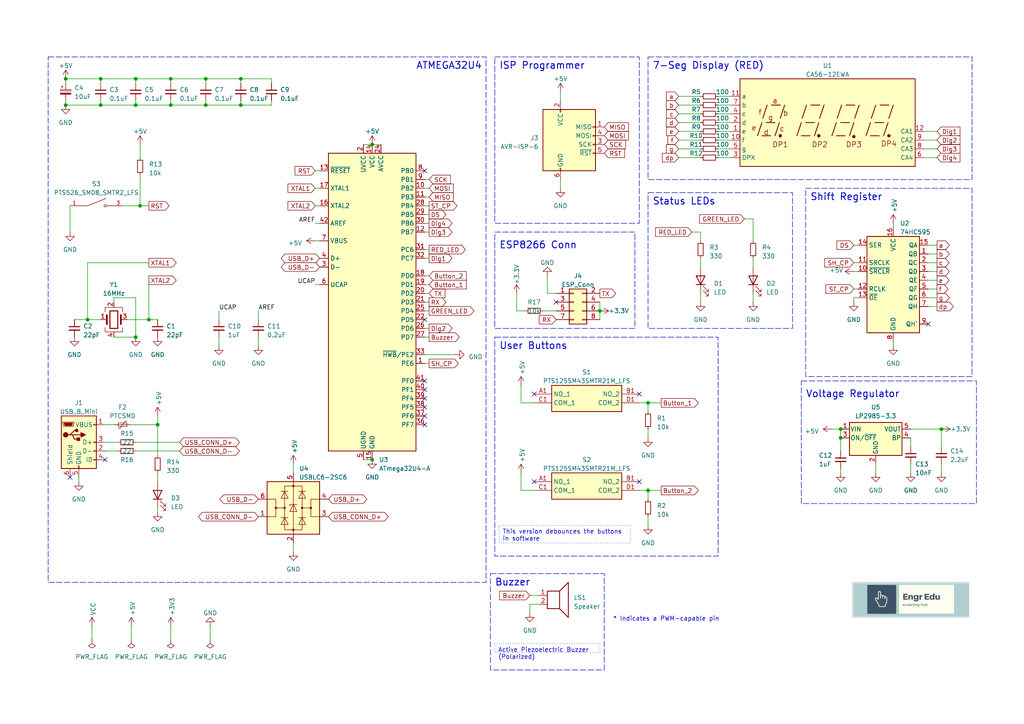
<source format=kicad_sch>
(kicad_sch (version 20230121) (generator eeschema)
  (paper "A4")
  (title_block (title "Arduino Uno Shield") (date "2023-03-22") (rev "1.0"))
  (junction (at 43.18 92.71))
  (junction (at 69.85 30.48))
  (junction (at 273.05 124.46))
  (junction (at 107.95 133.35))
  (junction (at 45.72 123.19))
  (junction (at 59.69 22.86))
  (junction (at 243.84 124.46))
  (junction (at 25.4 92.71))
  (junction (at 39.37 97.79))
  (junction (at 19.05 30.48))
  (junction (at 187.96 142.24))
  (junction (at 107.95 41.91))
  (junction (at 29.21 30.48))
  (junction (at 69.85 22.86))
  (junction (at 39.37 22.86))
  (junction (at 49.53 22.86))
  (junction (at 173.99 90.17))
  (junction (at 49.53 30.48))
  (junction (at 39.37 30.48))
  (junction (at 59.69 30.48))
  (junction (at 187.96 116.84))
  (junction (at 243.84 127))
  (junction (at 19.05 22.86))
  (junction (at 29.21 22.86))
  (junction (at 40.64 59.69))
  (no_connect (at 185.42 139.7))
  (no_connect (at 123.19 120.65))
  (no_connect (at 154.94 114.3))
  (no_connect (at 123.19 113.03))
  (no_connect (at 30.48 133.35))
  (no_connect (at 123.19 118.11))
  (no_connect (at 123.19 110.49))
  (no_connect (at 154.94 139.7))
  (no_connect (at 185.42 114.3))
  (no_connect (at 123.19 92.71))
  (no_connect (at 161.29 87.63))
  (no_connect (at 123.19 49.53))
  (no_connect (at 123.19 115.57))
  (no_connect (at 20.32 138.43))
  (no_connect (at 123.19 123.19))
  (no_connect (at 269.24 93.98))
  (wire (pts (xy 43.18 76.2) (xy 25.4 76.2)))
  (wire (pts (xy 19.05 30.48) (xy 19.05 29.21)))
  (wire (pts (xy 273.05 124.46) (xy 275.59 124.46)))
  (wire (pts (xy 25.4 92.71) (xy 29.21 92.71)))
  (wire (pts (xy 26.67 181.61) (xy 26.67 185.42)))
  (wire (pts (xy 259.08 99.06) (xy 259.08 100.33)))
  (wire (pts (xy 124.46 95.25) (xy 123.19 95.25)))
  (wire (pts (xy 187.96 142.24) (xy 187.96 144.78)))
  (wire (pts (xy 33.02 97.79) (xy 39.37 97.79)))
  (wire (pts (xy 208.28 33.02) (xy 212.09 33.02)))
  (wire (pts (xy 124.46 52.07) (xy 123.19 52.07)))
  (wire (pts (xy 162.56 54.61) (xy 162.56 52.07)))
  (wire (pts (xy 45.72 137.16) (xy 45.72 139.7)))
  (wire (pts (xy 60.96 181.61) (xy 60.96 185.42)))
  (wire (pts (xy 39.37 30.48) (xy 49.53 30.48)))
  (wire (pts (xy 153.67 175.26) (xy 153.67 177.8)))
  (wire (pts (xy 269.24 71.12) (xy 271.78 71.12)))
  (wire (pts (xy 29.21 22.86) (xy 29.21 24.13)))
  (wire (pts (xy 124.46 59.69) (xy 123.19 59.69)))
  (wire (pts (xy 187.96 142.24) (xy 191.77 142.24)))
  (wire (pts (xy 107.95 41.91) (xy 110.49 41.91)))
  (wire (pts (xy 157.48 90.17) (xy 161.29 90.17)))
  (wire (pts (xy 154.94 116.84) (xy 151.13 116.84)))
  (wire (pts (xy 43.18 81.28) (xy 43.18 92.71)))
  (wire (pts (xy 187.96 116.84) (xy 187.96 119.38)))
  (wire (pts (xy 91.44 49.53) (xy 92.71 49.53)))
  (wire (pts (xy 203.2 74.93) (xy 203.2 77.47)))
  (wire (pts (xy 124.46 54.61) (xy 123.19 54.61)))
  (wire (pts (xy 38.1 123.19) (xy 45.72 123.19)))
  (wire (pts (xy 29.21 30.48) (xy 39.37 30.48)))
  (wire (pts (xy 162.56 26.67) (xy 162.56 29.21)))
  (wire (pts (xy 43.18 92.71) (xy 45.72 92.71)))
  (wire (pts (xy 85.09 134.62) (xy 85.09 137.16)))
  (wire (pts (xy 247.65 76.2) (xy 248.92 76.2)))
  (wire (pts (xy 124.46 105.41) (xy 123.19 105.41)))
  (wire (pts (xy 40.64 41.91) (xy 40.64 45.72)))
  (wire (pts (xy 38.1 181.61) (xy 38.1 185.42)))
  (wire (pts (xy 49.53 30.48) (xy 49.53 29.21)))
  (wire (pts (xy 105.41 41.91) (xy 107.95 41.91)))
  (wire (pts (xy 49.53 22.86) (xy 49.53 24.13)))
  (wire (pts (xy 25.4 76.2) (xy 25.4 92.71)))
  (wire (pts (xy 196.85 33.02) (xy 203.2 33.02)))
  (wire (pts (xy 153.67 172.72) (xy 156.21 172.72)))
  (wire (pts (xy 173.99 90.17) (xy 173.99 92.71)))
  (wire (pts (xy 267.97 40.64) (xy 271.78 40.64)))
  (wire (pts (xy 91.44 82.55) (xy 92.71 82.55)))
  (wire (pts (xy 218.44 63.5) (xy 218.44 69.85)))
  (wire (pts (xy 49.53 181.61) (xy 49.53 185.42)))
  (wire (pts (xy 196.85 30.48) (xy 203.2 30.48)))
  (wire (pts (xy 40.64 50.8) (xy 40.64 59.69)))
  (wire (pts (xy 149.86 85.09) (xy 149.86 90.17)))
  (wire (pts (xy 248.92 86.36) (xy 247.65 86.36)))
  (wire (pts (xy 91.44 54.61) (xy 92.71 54.61)))
  (wire (pts (xy 91.44 69.85) (xy 92.71 69.85)))
  (wire (pts (xy 39.37 130.81) (xy 52.07 130.81)))
  (wire (pts (xy 218.44 74.93) (xy 218.44 77.47)))
  (wire (pts (xy 196.85 38.1) (xy 203.2 38.1)))
  (wire (pts (xy 78.74 30.48) (xy 78.74 29.21)))
  (wire (pts (xy 259.08 64.77) (xy 259.08 66.04)))
  (wire (pts (xy 215.9 63.5) (xy 218.44 63.5)))
  (wire (pts (xy 19.05 30.48) (xy 29.21 30.48)))
  (wire (pts (xy 74.93 100.33) (xy 74.93 97.79)))
  (wire (pts (xy 78.74 22.86) (xy 78.74 24.13)))
  (wire (pts (xy 124.46 74.93) (xy 123.19 74.93)))
  (wire (pts (xy 63.5 100.33) (xy 63.5 97.79)))
  (wire (pts (xy 196.85 40.64) (xy 203.2 40.64)))
  (wire (pts (xy 247.65 71.12) (xy 248.92 71.12)))
  (wire (pts (xy 254 137.16) (xy 254 134.62)))
  (wire (pts (xy 208.28 27.94) (xy 212.09 27.94)))
  (wire (pts (xy 45.72 123.19) (xy 45.72 132.08)))
  (wire (pts (xy 63.5 90.17) (xy 63.5 92.71)))
  (wire (pts (xy 187.96 116.84) (xy 191.77 116.84)))
  (wire (pts (xy 59.69 22.86) (xy 69.85 22.86)))
  (wire (pts (xy 124.46 82.55) (xy 123.19 82.55)))
  (wire (pts (xy 29.21 22.86) (xy 39.37 22.86)))
  (wire (pts (xy 49.53 22.86) (xy 59.69 22.86)))
  (wire (pts (xy 59.69 30.48) (xy 59.69 29.21)))
  (wire (pts (xy 273.05 124.46) (xy 273.05 129.54)))
  (wire (pts (xy 21.59 92.71) (xy 25.4 92.71)))
  (wire (pts (xy 218.44 85.09) (xy 218.44 87.63)))
  (wire (pts (xy 269.24 83.82) (xy 271.78 83.82)))
  (wire (pts (xy 267.97 43.18) (xy 271.78 43.18)))
  (wire (pts (xy 243.84 124.46) (xy 243.84 127)))
  (wire (pts (xy 39.37 22.86) (xy 39.37 24.13)))
  (wire (pts (xy 124.46 80.01) (xy 123.19 80.01)))
  (wire (pts (xy 124.46 67.31) (xy 123.19 67.31)))
  (wire (pts (xy 247.65 78.74) (xy 248.92 78.74)))
  (wire (pts (xy 39.37 128.27) (xy 52.07 128.27)))
  (wire (pts (xy 39.37 86.36) (xy 33.02 86.36)))
  (wire (pts (xy 39.37 97.79) (xy 39.37 86.36)))
  (wire (pts (xy 124.46 87.63) (xy 123.19 87.63)))
  (wire (pts (xy 208.28 35.56) (xy 212.09 35.56)))
  (wire (pts (xy 185.42 116.84) (xy 187.96 116.84)))
  (wire (pts (xy 59.69 30.48) (xy 69.85 30.48)))
  (wire (pts (xy 35.56 59.69) (xy 40.64 59.69)))
  (wire (pts (xy 152.4 90.17) (xy 149.86 90.17)))
  (wire (pts (xy 59.69 22.86) (xy 59.69 24.13)))
  (wire (pts (xy 30.48 130.81) (xy 34.29 130.81)))
  (wire (pts (xy 243.84 127) (xy 243.84 130.81)))
  (wire (pts (xy 132.08 102.87) (xy 123.19 102.87)))
  (wire (pts (xy 39.37 22.86) (xy 49.53 22.86)))
  (wire (pts (xy 196.85 45.72) (xy 203.2 45.72)))
  (wire (pts (xy 156.21 175.26) (xy 153.67 175.26)))
  (wire (pts (xy 124.46 62.23) (xy 123.19 62.23)))
  (wire (pts (xy 105.41 133.35) (xy 107.95 133.35)))
  (wire (pts (xy 36.83 92.71) (xy 43.18 92.71)))
  (wire (pts (xy 273.05 134.62) (xy 273.05 137.16)))
  (wire (pts (xy 33.02 86.36) (xy 33.02 87.63)))
  (wire (pts (xy 124.46 72.39) (xy 123.19 72.39)))
  (wire (pts (xy 161.29 85.09) (xy 158.75 85.09)))
  (wire (pts (xy 124.46 85.09) (xy 123.19 85.09)))
  (wire (pts (xy 69.85 22.86) (xy 78.74 22.86)))
  (wire (pts (xy 158.75 80.01) (xy 158.75 85.09)))
  (wire (pts (xy 69.85 30.48) (xy 69.85 29.21)))
  (wire (pts (xy 40.64 59.69) (xy 43.18 59.69)))
  (wire (pts (xy 247.65 86.36) (xy 247.65 87.63)))
  (wire (pts (xy 208.28 43.18) (xy 212.09 43.18)))
  (wire (pts (xy 269.24 76.2) (xy 271.78 76.2)))
  (wire (pts (xy 69.85 30.48) (xy 78.74 30.48)))
  (wire (pts (xy 208.28 30.48) (xy 212.09 30.48)))
  (wire (pts (xy 196.85 35.56) (xy 203.2 35.56)))
  (wire (pts (xy 208.28 40.64) (xy 212.09 40.64)))
  (wire (pts (xy 124.46 57.15) (xy 123.19 57.15)))
  (wire (pts (xy 241.3 124.46) (xy 243.84 124.46)))
  (wire (pts (xy 187.96 124.46) (xy 187.96 127)))
  (wire (pts (xy 19.05 22.86) (xy 29.21 22.86)))
  (wire (pts (xy 22.86 139.7) (xy 22.86 138.43)))
  (wire (pts (xy 124.46 64.77) (xy 123.19 64.77)))
  (wire (pts (xy 269.24 78.74) (xy 271.78 78.74)))
  (wire (pts (xy 267.97 45.72) (xy 271.78 45.72)))
  (wire (pts (xy 91.44 59.69) (xy 92.71 59.69)))
  (wire (pts (xy 269.24 81.28) (xy 271.78 81.28)))
  (wire (pts (xy 151.13 116.84) (xy 151.13 111.76)))
  (wire (pts (xy 74.93 90.17) (xy 74.93 92.71)))
  (wire (pts (xy 269.24 73.66) (xy 271.78 73.66)))
  (wire (pts (xy 30.48 123.19) (xy 33.02 123.19)))
  (wire (pts (xy 29.21 30.48) (xy 29.21 29.21)))
  (wire (pts (xy 187.96 149.86) (xy 187.96 152.4)))
  (wire (pts (xy 196.85 27.94) (xy 203.2 27.94)))
  (wire (pts (xy 196.85 43.18) (xy 203.2 43.18)))
  (wire (pts (xy 273.05 124.46) (xy 264.16 124.46)))
  (wire (pts (xy 243.84 137.16) (xy 243.84 135.89)))
  (wire (pts (xy 45.72 120.65) (xy 45.72 123.19)))
  (wire (pts (xy 264.16 127) (xy 264.16 129.54)))
  (wire (pts (xy 124.46 90.17) (xy 123.19 90.17)))
  (wire (pts (xy 45.72 147.32) (xy 45.72 148.59)))
  (wire (pts (xy 91.44 64.77) (xy 92.71 64.77)))
  (wire (pts (xy 203.2 67.31) (xy 203.2 69.85)))
  (wire (pts (xy 124.46 97.79) (xy 123.19 97.79)))
  (wire (pts (xy 203.2 85.09) (xy 203.2 87.63)))
  (wire (pts (xy 20.32 59.69) (xy 20.32 67.31)))
  (wire (pts (xy 85.09 160.02) (xy 85.09 157.48)))
  (wire (pts (xy 69.85 22.86) (xy 69.85 24.13)))
  (wire (pts (xy 151.13 142.24) (xy 151.13 137.16)))
  (wire (pts (xy 19.05 22.86) (xy 19.05 24.13)))
  (wire (pts (xy 208.28 38.1) (xy 212.09 38.1)))
  (wire (pts (xy 269.24 88.9) (xy 271.78 88.9)))
  (wire (pts (xy 267.97 38.1) (xy 271.78 38.1)))
  (wire (pts (xy 154.94 142.24) (xy 151.13 142.24)))
  (wire (pts (xy 173.99 87.63) (xy 173.99 90.17)))
  (wire (pts (xy 247.65 83.82) (xy 248.92 83.82)))
  (wire (pts (xy 185.42 142.24) (xy 187.96 142.24)))
  (wire (pts (xy 39.37 30.48) (xy 39.37 29.21)))
  (wire (pts (xy 200.66 67.31) (xy 203.2 67.31)))
  (wire (pts (xy 30.48 128.27) (xy 34.29 128.27)))
  (wire (pts (xy 264.16 134.62) (xy 264.16 137.16)))
  (wire (pts (xy 269.24 86.36) (xy 271.78 86.36)))
  (wire (pts (xy 49.53 30.48) (xy 59.69 30.48)))
  (wire (pts (xy 208.28 45.72) (xy 212.09 45.72)))
  (rectangle (start 143.51 16.51) (end 185.42 64.77) (stroke (width 0) (type dash)))
  (rectangle (start 232.41 110.49) (end 283.21 146.05) (stroke (width 0) (type dash)))
  (rectangle (start 187.96 55.88) (end 229.87 95.25) (stroke (width 0) (type dash)))
  (rectangle (start 142.24 166.37) (end 175.26 194.31) (stroke (width 0) (type dash)))
  (rectangle (start 143.51 67.31) (end 184.15 95.25) (stroke (width 0) (type dash)))
  (rectangle (start 143.51 97.79) (end 208.28 161.29) (stroke (width 0) (type dash)))
  (rectangle (start 233.68 54.61) (end 281.94 109.22) (stroke (width 0) (type dash)))
  (rectangle (start 13.97 16.51) (end 140.97 168.91) (stroke (width 0) (type dash)))
  (rectangle (start 187.96 16.51) (end 281.94 52.07) (stroke (width 0) (type dash)))
  (image (at 264.16 173.99) (scale 0.800628))
  (text_box "Active Piezoelectric Buzzer\n(Polarized)" (at 143.51 186.69 0) (size 30.48 2.54) (stroke (width 0) (type dot)) (effects (font (size 1.27 1.27)) (justify left top)))
  (text_box "This version debounces the buttons\nin software" (at 144.78 152.4 0) (size 38.1 5.08) (stroke (width 0) (type dot)) (effects (font (size 1.27 1.27)) (justify left top)))
  (text "Shift Register" (at 234.95 58.42 0) (effects (font (size 2 2) (thickness 0.254) bold) (justify left bottom)))
  (text "ESP8266 Conn" (at 144.78 72.39 0) (effects (font (size 2 2) (thickness 0.254) bold) (justify left bottom)))
  (text "Voltage Regulator" (at 233.68 115.57 0) (effects (font (size 2 2) (thickness 0.254) bold) (justify left bottom)))
  (text "ISP Programmer" (at 144.78 20.32 0) (effects (font (size 2 2) (thickness 0.254) bold) (justify left bottom)))
  (text "Status LEDs" (at 189.23 59.69 0) (effects (font (size 2 2) (thickness 0.254) bold) (justify left bottom)))
  (text "ATMEGA32U4" (at 120.65 20.32 0) (effects (font (size 2 2) (thickness 0.254) bold) (justify left bottom)))
  (text "User Buttons" (at 144.78 101.6 0) (effects (font (size 2 2) (thickness 0.254) bold) (justify left bottom)))
  (text "Buzzer" (at 143.51 170.18 0) (effects (font (size 2 2) (thickness 0.254) bold) (justify left bottom)))
  (text "* Indicates a PWM-capable pin" (at 177.8 180.34 0) (effects (font (size 1.27 1.27)) (justify left bottom)))
  (text "7-Seg Display (RED)" (at 189.23 20.32 0) (effects (font (size 2 2) (thickness 0.254) bold) (justify left bottom)))
  (label "AREF" (at 91.44 64.77 180))
  (label "UCAP" (at 63.5 90.17 0))
  (label "AREF" (at 74.93 90.17 0))
  (label "UCAP" (at 91.44 82.55 180))
  (global_label "SCK" (shape input) (at 124.46 52.07 0) (property "Intersheetrefs" "${INTERSHEET_REFS}" (effects hide)))
  (global_label "e" (shape output) (at 271.78 81.28 0) (property "Intersheetrefs" "${INTERSHEET_REFS}" (effects hide)))
  (global_label "Button_1" (shape output) (at 191.77 116.84 0) (property "Intersheetrefs" "${INTERSHEET_REFS}" (effects hide)))
  (global_label "MOSI" (shape input) (at 175.26 39.37 0) (property "Intersheetrefs" "${INTERSHEET_REFS}" (effects hide)))
  (global_label "Button_1" (shape input) (at 124.46 82.55 0) (property "Intersheetrefs" "${INTERSHEET_REFS}" (effects hide)))
  (global_label "g" (shape output) (at 271.78 86.36 0) (property "Intersheetrefs" "${INTERSHEET_REFS}" (effects hide)))
  (global_label "USB_D-" (shape bidirectional) (at 74.93 144.78 180) (property "Intersheetrefs" "${INTERSHEET_REFS}" (effects hide)))
  (global_label "TX" (shape output) (at 173.99 85.09 0) (property "Intersheetrefs" "${INTERSHEET_REFS}" (effects hide)))
  (global_label "USB_CONN_D-" (shape bidirectional) (at 74.93 149.86 180) (property "Intersheetrefs" "${INTERSHEET_REFS}" (effects hide)))
  (global_label "dp" (shape output) (at 271.78 88.9 0) (property "Intersheetrefs" "${INTERSHEET_REFS}" (effects hide)))
  (global_label "XTAL2" (shape output) (at 43.18 81.28 0) (property "Intersheetrefs" "${INTERSHEET_REFS}" (effects hide)))
  (global_label "TX" (shape input) (at 124.46 85.09 0) (property "Intersheetrefs" "${INTERSHEET_REFS}" (effects hide)))
  (global_label "ST_CP" (shape output) (at 124.46 59.69 0) (property "Intersheetrefs" "${INTERSHEET_REFS}" (effects hide)))
  (global_label "b" (shape input) (at 196.85 30.48 180) (property "Intersheetrefs" "${INTERSHEET_REFS}" (effects hide)))
  (global_label "f" (shape output) (at 271.78 83.82 0) (property "Intersheetrefs" "${INTERSHEET_REFS}" (effects hide)))
  (global_label "ST_CP" (shape input) (at 247.65 83.82 180) (property "Intersheetrefs" "${INTERSHEET_REFS}" (effects hide)))
  (global_label "RX" (shape input) (at 161.29 92.71 180) (property "Intersheetrefs" "${INTERSHEET_REFS}" (effects hide)))
  (global_label "d" (shape input) (at 196.85 35.56 180) (property "Intersheetrefs" "${INTERSHEET_REFS}" (effects hide)))
  (global_label "a" (shape input) (at 196.85 27.94 180) (property "Intersheetrefs" "${INTERSHEET_REFS}" (effects hide)))
  (global_label "MOSI" (shape input) (at 124.46 54.61 0) (property "Intersheetrefs" "${INTERSHEET_REFS}" (effects hide)))
  (global_label "c" (shape output) (at 271.78 76.2 0) (property "Intersheetrefs" "${INTERSHEET_REFS}" (effects hide)))
  (global_label "Dig1" (shape output) (at 124.46 74.93 0) (property "Intersheetrefs" "${INTERSHEET_REFS}" (effects hide)))
  (global_label "RST" (shape output) (at 43.18 59.69 0) (property "Intersheetrefs" "${INTERSHEET_REFS}" (effects hide)))
  (global_label "Buzzer" (shape output) (at 124.46 97.79 0) (property "Intersheetrefs" "${INTERSHEET_REFS}" (effects hide)))
  (global_label "USB_D+" (shape bidirectional) (at 95.25 144.78 0) (property "Intersheetrefs" "${INTERSHEET_REFS}" (effects hide)))
  (global_label "g" (shape input) (at 196.85 43.18 180) (property "Intersheetrefs" "${INTERSHEET_REFS}" (effects hide)))
  (global_label "Button_2" (shape input) (at 124.46 80.01 0) (property "Intersheetrefs" "${INTERSHEET_REFS}" (effects hide)))
  (global_label "Dig1" (shape input) (at 271.78 38.1 0) (property "Intersheetrefs" "${INTERSHEET_REFS}" (effects hide)))
  (global_label "USB_CONN_D-" (shape bidirectional) (at 52.07 130.81 0) (property "Intersheetrefs" "${INTERSHEET_REFS}" (effects hide)))
  (global_label "Dig4" (shape output) (at 124.46 64.77 0) (property "Intersheetrefs" "${INTERSHEET_REFS}" (effects hide)))
  (global_label "XTAL1" (shape output) (at 43.18 76.2 0) (property "Intersheetrefs" "${INTERSHEET_REFS}" (effects hide)))
  (global_label "GREEN_LED" (shape input) (at 215.9 63.5 180) (property "Intersheetrefs" "${INTERSHEET_REFS}" (effects hide)))
  (global_label "a" (shape output) (at 271.78 71.12 0) (property "Intersheetrefs" "${INTERSHEET_REFS}" (effects hide)))
  (global_label "SH_CP" (shape output) (at 124.46 105.41 0) (property "Intersheetrefs" "${INTERSHEET_REFS}" (effects hide)))
  (global_label "Dig2" (shape input) (at 271.78 40.64 0) (property "Intersheetrefs" "${INTERSHEET_REFS}" (effects hide)))
  (global_label "Dig3" (shape output) (at 124.46 67.31 0) (property "Intersheetrefs" "${INTERSHEET_REFS}" (effects hide)))
  (global_label "USB_D+" (shape bidirectional) (at 92.71 74.93 180) (property "Intersheetrefs" "${INTERSHEET_REFS}" (effects hide)))
  (global_label "DS" (shape input) (at 247.65 71.12 180) (property "Intersheetrefs" "${INTERSHEET_REFS}" (effects hide)))
  (global_label "SH_CP" (shape input) (at 247.65 76.2 180) (property "Intersheetrefs" "${INTERSHEET_REFS}" (effects hide)))
  (global_label "Button_2" (shape output) (at 191.77 142.24 0) (property "Intersheetrefs" "${INTERSHEET_REFS}" (effects hide)))
  (global_label "Dig4" (shape input) (at 271.78 45.72 0) (property "Intersheetrefs" "${INTERSHEET_REFS}" (effects hide)))
  (global_label "RST" (shape input) (at 91.44 49.53 180) (property "Intersheetrefs" "${INTERSHEET_REFS}" (effects hide)))
  (global_label "MISO" (shape input) (at 175.26 36.83 0) (property "Intersheetrefs" "${INTERSHEET_REFS}" (effects hide)))
  (global_label "USB_CONN_D+" (shape bidirectional) (at 95.25 149.86 0) (property "Intersheetrefs" "${INTERSHEET_REFS}" (effects hide)))
  (global_label "c" (shape input) (at 196.85 33.02 180) (property "Intersheetrefs" "${INTERSHEET_REFS}" (effects hide)))
  (global_label "Dig2" (shape output) (at 124.46 95.25 0) (property "Intersheetrefs" "${INTERSHEET_REFS}" (effects hide)))
  (global_label "dp" (shape input) (at 196.85 45.72 180) (property "Intersheetrefs" "${INTERSHEET_REFS}" (effects hide)))
  (global_label "RX" (shape output) (at 124.46 87.63 0) (property "Intersheetrefs" "${INTERSHEET_REFS}" (effects hide)))
  (global_label "Dig3" (shape input) (at 271.78 43.18 0) (property "Intersheetrefs" "${INTERSHEET_REFS}" (effects hide)))
  (global_label "Buzzer" (shape input) (at 153.67 172.72 180) (property "Intersheetrefs" "${INTERSHEET_REFS}" (effects hide)))
  (global_label "XTAL2" (shape input) (at 91.44 59.69 180) (property "Intersheetrefs" "${INTERSHEET_REFS}" (effects hide)))
  (global_label "MISO" (shape input) (at 124.46 57.15 0) (property "Intersheetrefs" "${INTERSHEET_REFS}" (effects hide)))
  (global_label "RED_LED" (shape output) (at 124.46 72.39 0) (property "Intersheetrefs" "${INTERSHEET_REFS}" (effects hide)))
  (global_label "d" (shape output) (at 271.78 78.74 0) (property "Intersheetrefs" "${INTERSHEET_REFS}" (effects hide)))
  (global_label "SCK" (shape input) (at 175.26 41.91 0) (property "Intersheetrefs" "${INTERSHEET_REFS}" (effects hide)))
  (global_label "e" (shape input) (at 196.85 38.1 180) (property "Intersheetrefs" "${INTERSHEET_REFS}" (effects hide)))
  (global_label "DS" (shape output) (at 124.46 62.23 0) (property "Intersheetrefs" "${INTERSHEET_REFS}" (effects hide)))
  (global_label "GREEN_LED" (shape output) (at 124.46 90.17 0) (property "Intersheetrefs" "${INTERSHEET_REFS}" (effects hide)))
  (global_label "f" (shape input) (at 196.85 40.64 180) (property "Intersheetrefs" "${INTERSHEET_REFS}" (effects hide)))
  (global_label "USB_D-" (shape bidirectional) (at 92.71 77.47 180) (property "Intersheetrefs" "${INTERSHEET_REFS}" (effects hide)))
  (global_label "RST" (shape input) (at 175.26 44.45 0) (property "Intersheetrefs" "${INTERSHEET_REFS}" (effects hide)))
  (global_label "XTAL1" (shape input) (at 91.44 54.61 180) (property "Intersheetrefs" "${INTERSHEET_REFS}" (effects hide)))
  (global_label "b" (shape output) (at 271.78 73.66 0) (property "Intersheetrefs" "${INTERSHEET_REFS}" (effects hide)))
  (global_label "USB_CONN_D+" (shape bidirectional) (at 52.07 128.27 0) (property "Intersheetrefs" "${INTERSHEET_REFS}" (effects hide)))
  (global_label "RED_LED" (shape input) (at 200.66 67.31 180) (property "Intersheetrefs" "${INTERSHEET_REFS}" (effects hide)))
  (symbol (lib_id "power:+5V") (at 151.13 137.16 0) (unit 1)
    (property "Reference" "#PWR014" (effects hide))
    (property "Value" "+5V" (at 151.4856 134.112 90) (effects (justify left)))
  )
  (symbol (lib_name "+5V_1") (lib_id "power:+5V") (at 40.64 41.91 0) (unit 1)
    (property "Reference" "#PWR02" (effects hide))
    (property "Value" "+5V" (at 40.64 38.1 0))
  )
  (symbol (lib_id "74xx:74HC595") (at 259.08 81.28 0) (unit 1)
    (property "Reference" "U2" (at 261.0359 64.77 0) (effects (justify left)))
    (property "Value" "74HC595" (at 261.0359 67.31 0) (effects (justify left)))
    (property "Footprint" "Package_SO:TSSOP-16_4.4x5mm_P0.65mm" (effects hide))
    (property "Datasheet" "http://www.ti.com/lit/ds/symlink/sn74hc595.pdf" (effects hide))
  )
  (symbol (lib_id "power:PWR_FLAG") (at 26.67 185.42 180) (unit 1)
    (property "Reference" "#FLG01" (effects hide))
    (property "Value" "PWR_FLAG" (at 26.67 190.5 0))
  )
  (symbol (lib_id "power:GND") (at 19.05 30.48 0) (unit 1)
    (property "Reference" "#PWR024" (effects hide))
    (property "Value" "GND" (at 19.05 35.56 0))
  )
  (symbol (lib_id "Device:LED") (at 203.2 81.28 90) (unit 1)
    (property "Reference" "D1" (at 207.01 82.2325 90) (effects (justify right)))
    (property "Value" "LED" (at 207.01 84.7725 90) (effects (justify right)))
    (property "Footprint" "LED_SMD:LED_0805_2012Metric" (effects hide))
  )
  (symbol (lib_name "GND_1") (lib_id "power:GND") (at 85.09 160.02 0) (unit 1)
    (property "Reference" "#PWR032" (effects hide))
    (property "Value" "GND" (at 85.09 165.1 0))
  )
  (symbol (lib_id "Device:R_Small") (at 36.83 128.27 90) (unit 1)
    (property "Reference" "R15" (at 36.83 125.73 90))
    (property "Value" "22" (at 36.83 128.27 90))
    (property "Footprint" "Resistor_SMD:R_0603_1608Metric" (effects hide))
  )
  (symbol (lib_id "power:+5V") (at 85.09 134.62 0) (unit 1)
    (property "Reference" "#PWR031" (effects hide))
    (property "Value" "+5V" (at 85.4456 131.572 90) (effects (justify left)))
  )
  (symbol (lib_id "power:GND") (at 132.08 102.87 90) (unit 1)
    (property "Reference" "#PWR044" (effects hide))
    (property "Value" "GND" (at 135.89 103.505 90) (effects (justify right)))
  )
  (symbol (lib_id "Device:C_Small") (at 21.59 95.25 0) (unit 1)
    (property "Reference" "C2" (at 24.13 94.6213 0) (effects (justify left)))
    (property "Value" "22pF" (at 24.13 97.1613 0) (effects (justify left)))
    (property "Footprint" "Capacitor_SMD:C_0201_0603Metric" (effects hide))
  )
  (symbol (lib_id "PTS125_SMD_Button:PTS125SM43SMTR21M_LFS") (at 154.94 139.7 0) (unit 1)
    (property "Reference" "S2" (at 170.18 133.35 0))
    (property "Value" "PTS125SM43SMTR21M_LFS" (at 170.18 135.89 0))
    (property "Footprint" "PTS125_SMD_Button:PTS125_SMD_Button" (effects hide))
    (property "Datasheet" "https://www.ckswitches.com/media/1462/pts125.pdf" (effects hide))
    (property "Height" "4.3" (effects hide))
    (property "Manufacturer_Name" "C & K COMPONENTS" (effects hide))
    (property "Manufacturer_Part_Number" "PTS125SM43SMTR21M LFS" (effects hide))
    (property "Mouser Part Number" "611-PTS125S43SMTRLFS" (effects hide))
    (property "Mouser Price/Stock" "https://www.mouser.co.uk/ProductDetail/CK/PTS125SM43SMTR21M-LFS?qs=t7xnP681wgUNXpRGJY2Vkw%3D%3D" (effects hide))
  )
  (symbol (lib_id "power:GND") (at 45.72 97.79 0) (unit 1)
    (property "Reference" "#PWR04" (effects hide))
    (property "Value" "GND" (at 45.72 102.87 0))
  )
  (symbol (lib_id "Connector_Generic:Conn_02x04_Odd_Even") (at 166.37 87.63 0) (unit 1)
    (property "Reference" "J4" (at 167.64 80.01 0))
    (property "Value" "ESP_Conn" (at 167.64 82.55 0))
    (property "Footprint" "Connector_PinSocket_2.54mm:PinSocket_2x04_P2.54mm_Vertical" (effects hide))
  )
  (symbol (lib_id "PTS125_SMD_Button:PTS125SM43SMTR21M_LFS") (at 154.94 114.3 0) (unit 1)
    (property "Reference" "S1" (at 170.18 107.95 0))
    (property "Value" "PTS125SM43SMTR21M_LFS" (at 170.18 110.49 0))
    (property "Footprint" "PTS125_SMD_Button:PTS125_SMD_Button" (effects hide))
    (property "Datasheet" "https://www.ckswitches.com/media/1462/pts125.pdf" (effects hide))
    (property "Height" "4.3" (effects hide))
    (property "Manufacturer_Name" "C & K COMPONENTS" (effects hide))
    (property "Manufacturer_Part_Number" "PTS125SM43SMTR21M LFS" (effects hide))
    (property "Mouser Part Number" "611-PTS125S43SMTRLFS" (effects hide))
    (property "Mouser Price/Stock" "https://www.mouser.co.uk/ProductDetail/CK/PTS125SM43SMTR21M-LFS?qs=t7xnP681wgUNXpRGJY2Vkw%3D%3D" (effects hide))
  )
  (symbol (lib_id "Device:C_Small") (at 29.21 26.67 0) (unit 1)
    (property "Reference" "C3" (at 31.75 26.0413 0) (effects (justify left)))
    (property "Value" "0.1uF" (at 31.75 28.5813 0) (effects (justify left)))
    (property "Footprint" "Capacitor_SMD:C_0201_0603Metric" (effects hide))
  )
  (symbol (lib_id "power:+3.3V") (at 173.99 90.17 270) (unit 1)
    (property "Reference" "#PWR035" (effects hide))
    (property "Value" "+3.3V" (at 176.53 90.17 90) (effects (justify left)))
  )
  (symbol (lib_id "Power_Protection:USBLC6-2SC6") (at 85.09 147.32 0) (unit 1)
    (property "Reference" "U4" (at 86.7411 135.89 0) (effects (justify left)))
    (property "Value" "USBLC6-2SC6" (at 86.7411 138.43 0) (effects (justify left)))
    (property "Footprint" "Package_TO_SOT_SMD:SOT-23-6" (effects hide))
    (property "Datasheet" "https://www.st.com/resource/en/datasheet/usblc6-2.pdf" (effects hide))
  )
  (symbol (lib_id "Device:R_Small") (at 45.72 134.62 0) (unit 1)
    (property "Reference" "R14" (at 48.26 133.985 0) (effects (justify left)))
    (property "Value" "330" (at 48.26 136.525 0) (effects (justify left)))
    (property "Footprint" "Resistor_SMD:R_0805_2012Metric" (effects hide))
  )
  (symbol (lib_id "MCU_Microchip_ATmega:ATmega32U4-A") (at 107.95 87.63 0) (unit 1)
    (property "Reference" "U3" (at 109.9059 133.35 0) (effects (justify left)))
    (property "Value" "ATmega32U4-A" (at 109.9059 135.89 0) (effects (justify left)))
    (property "Footprint" "Package_QFP:TQFP-44_10x10mm_P0.8mm" (effects hide))
    (property "Datasheet" "http://ww1.microchip.com/downloads/en/DeviceDoc/Atmel-7766-8-bit-AVR-ATmega16U4-32U4_Datasheet.pdf" (effects hide))
  )
  (symbol (lib_id "Device:C_Small") (at 69.85 26.67 0) (unit 1)
    (property "Reference" "C8" (at 72.39 26.0413 0) (effects (justify left)))
    (property "Value" "0.1uF" (at 72.39 28.5813 0) (effects (justify left)))
    (property "Footprint" "Capacitor_SMD:C_0201_0603Metric" (effects hide))
  )
  (symbol (lib_id "power:GND") (at 264.16 137.16 0) (unit 1)
    (property "Reference" "#PWR042" (effects hide))
    (property "Value" "GND" (at 264.16 142.24 0))
  )
  (symbol (lib_id "Device:C_Small") (at 49.53 26.67 0) (unit 1)
    (property "Reference" "C6" (at 52.07 26.0413 0) (effects (justify left)))
    (property "Value" "0.1uF" (at 52.07 28.5813 0) (effects (justify left)))
    (property "Footprint" "Capacitor_SMD:C_0201_0603Metric" (effects hide))
  )
  (symbol (lib_id "PTS526_SMD_Button:PTS526_SM08_SMTR2_LFS") (at 27.94 59.69 0) (unit 1)
    (property "Reference" "S3" (at 27.94 53.34 0))
    (property "Value" "PTS526_SM08_SMTR2_LFS" (at 27.94 55.88 0))
    (property "Footprint" "PTS526_SMD_Button:PTS526_SMD_Button" (effects hide))
    (property "STANDARD" "Manufacturer Recommendations" (effects hide))
    (property "MANUFACTURER" "C&K" (effects hide))
    (property "PARTREV" "20 mar 19" (effects hide))
    (property "MAXIMUM_PACKAGE_HEIGHT" "0.95mm" (effects hide))
  )
  (symbol (lib_id "power:GND") (at 158.75 80.01 180) (unit 1)
    (property "Reference" "#PWR037" (effects hide))
    (property "Value" "GND" (at 158.75 76.2 0))
  )
  (symbol (lib_id "power:PWR_FLAG") (at 38.1 185.42 180) (unit 1)
    (property "Reference" "#FLG02" (effects hide))
    (property "Value" "PWR_FLAG" (at 38.1 190.5 0))
  )
  (symbol (lib_name "+5V_1") (lib_id "power:+5V") (at 19.05 22.86 0) (unit 1)
    (property "Reference" "#PWR023" (effects hide))
    (property "Value" "+5V" (at 19.05 19.05 0))
  )
  (symbol (lib_name "+5V_1") (lib_id "power:+5V") (at 107.95 41.91 0) (unit 1)
    (property "Reference" "#PWR022" (effects hide))
    (property "Value" "+5V" (at 107.95 38.1 0))
  )
  (symbol (lib_id "Device:R_Small") (at 205.74 35.56 90) (unit 1)
    (property "Reference" "R8" (at 201.93 34.29 90))
    (property "Value" "100" (at 209.55 34.29 90))
    (property "Footprint" "Resistor_SMD:R_0805_2012Metric" (effects hide))
  )
  (symbol (lib_id "power:+5V") (at 259.08 64.77 0) (unit 1)
    (property "Reference" "#PWR07" (effects hide))
    (property "Value" "+5V" (at 259.4356 61.722 90) (effects (justify left)))
  )
  (symbol (lib_id "power:GND") (at 273.05 137.16 0) (unit 1)
    (property "Reference" "#PWR043" (effects hide))
    (property "Value" "GND" (at 273.05 142.24 0))
  )
  (symbol (lib_id "Device:R_Small") (at 36.83 130.81 270) (unit 1)
    (property "Reference" "R16" (at 36.83 133.35 90))
    (property "Value" "22" (at 36.83 130.81 90))
    (property "Footprint" "Resistor_SMD:R_0603_1608Metric" (effects hide))
  )
  (symbol (lib_id "Device:R_Small") (at 187.96 121.92 0) (unit 1)
    (property "Reference" "R1" (at 190.5 121.285 0) (effects (justify left)))
    (property "Value" "10k" (at 190.5 123.825 0) (effects (justify left)))
    (property "Footprint" "Resistor_SMD:R_0603_1608Metric" (effects hide))
  )
  (symbol (lib_name "+5V_1") (lib_id "power:+5V") (at 91.44 69.85 90) (unit 1)
    (property "Reference" "#PWR027" (effects hide))
    (property "Value" "+5V" (at 87.63 70.485 90) (effects (justify left)))
  )
  (symbol (lib_id "Device:R_Small") (at 187.96 147.32 0) (unit 1)
    (property "Reference" "R2" (at 190.5 146.685 0) (effects (justify left)))
    (property "Value" "10k" (at 190.5 149.225 0) (effects (justify left)))
    (property "Footprint" "Resistor_SMD:R_0603_1608Metric" (effects hide))
  )
  (symbol (lib_id "power:GND") (at 243.84 137.16 0) (unit 1)
    (property "Reference" "#PWR041" (effects hide))
    (property "Value" "GND" (at 243.84 142.24 0))
  )
  (symbol (lib_id "power:GND") (at 107.95 133.35 0) (unit 1)
    (property "Reference" "#PWR021" (effects hide))
    (property "Value" "GND" (at 107.95 138.43 0))
  )
  (symbol (lib_id "power:+5V") (at 38.1 181.61 0) (unit 1)
    (property "Reference" "#PWR018" (effects hide))
    (property "Value" "+5V" (at 38.4556 178.562 90) (effects (justify left)))
  )
  (symbol (lib_id "Device:R_Small") (at 205.74 33.02 90) (unit 1)
    (property "Reference" "R7" (at 201.93 31.75 90))
    (property "Value" "100" (at 209.55 31.75 90))
    (property "Footprint" "Resistor_SMD:R_0805_2012Metric" (effects hide))
  )
  (symbol (lib_id "Device:C_Small") (at 264.16 132.08 0) (unit 1)
    (property "Reference" "C13" (at 265.43 134.62 0) (effects (justify left)))
    (property "Value" "10nF" (at 265.43 137.16 0) (effects (justify left)))
    (property "Footprint" "Capacitor_SMD:C_0201_0603Metric" (effects hide))
  )
  (symbol (lib_id "Device:Crystal_GND24") (at 33.02 92.71 0) (unit 1)
    (property "Reference" "Y1" (at 33.02 82.55 0))
    (property "Value" "16MHz" (at 33.02 85.09 0))
    (property "Footprint" "Crystal:Crystal_SMD_Abracon_ABM8G-4Pin_3.2x2.5mm" (effects hide))
  )
  (symbol (lib_id "Device:R_Small") (at 40.64 48.26 0) (unit 1)
    (property "Reference" "R13" (at 43.18 47.625 0) (effects (justify left)))
    (property "Value" "10k" (at 43.18 50.165 0) (effects (justify left)))
    (property "Footprint" "Resistor_SMD:R_0603_1608Metric" (effects hide))
  )
  (symbol (lib_id "Device:LED") (at 218.44 81.28 90) (unit 1)
    (property "Reference" "D2" (at 222.25 82.2325 90) (effects (justify right)))
    (property "Value" "LED" (at 222.25 84.7725 90) (effects (justify right)))
    (property "Footprint" "LED_SMD:LED_0805_2012Metric" (effects hide))
  )
  (symbol (lib_id "power:VCC") (at 26.67 181.61 0) (unit 1)
    (property "Reference" "#PWR017" (effects hide))
    (property "Value" "VCC" (at 27.051 178.562 90) (effects (justify left)))
  )
  (symbol (lib_name "GND_1") (lib_id "power:GND") (at 22.86 139.7 0) (unit 1)
    (property "Reference" "#PWR028" (effects hide))
    (property "Value" "GND" (at 22.86 144.78 0))
  )
  (symbol (lib_id "power:PWR_FLAG") (at 49.53 185.42 180) (unit 1)
    (property "Reference" "#FLG03" (effects hide))
    (property "Value" "PWR_FLAG" (at 49.53 190.5 0))
  )
  (symbol (lib_id "Device:R_Small") (at 205.74 40.64 90) (unit 1)
    (property "Reference" "R10" (at 201.93 39.37 90))
    (property "Value" "100" (at 209.55 39.37 90))
    (property "Footprint" "Resistor_SMD:R_0805_2012Metric" (effects hide))
  )
  (symbol (lib_id "Device:C_Small") (at 273.05 132.08 0) (unit 1)
    (property "Reference" "C14" (at 275.59 130.81 0) (effects (justify left)))
    (property "Value" "2.2uF" (at 275.59 133.35 0) (effects (justify left)))
    (property "Footprint" "Capacitor_SMD:C_0201_0603Metric" (effects hide))
  )
  (symbol (lib_id "power:GND") (at 20.32 67.31 0) (unit 1)
    (property "Reference" "#PWR01" (effects hide))
    (property "Value" "GND" (at 20.32 72.39 0))
  )
  (symbol (lib_id "power:GND") (at 254 137.16 0) (unit 1)
    (property "Reference" "#PWR038" (effects hide))
    (property "Value" "GND" (at 254 142.24 0))
  )
  (symbol (lib_id "power:GND") (at 162.56 54.61 0) (unit 1)
    (property "Reference" "#PWR034" (effects hide))
    (property "Value" "GND" (at 162.56 59.69 0))
  )
  (symbol (lib_id "Device:C_Small") (at 63.5 95.25 0) (unit 1)
    (property "Reference" "C10" (at 66.04 94.6213 0) (effects (justify left)))
    (property "Value" "1uF" (at 66.04 97.1613 0) (effects (justify left)))
    (property "Footprint" "Capacitor_SMD:C_0201_0603Metric" (effects hide))
  )
  (symbol (lib_id "power:GND") (at 74.93 100.33 0) (unit 1)
    (property "Reference" "#PWR026" (effects hide))
    (property "Value" "GND" (at 74.93 105.41 0))
  )
  (symbol (lib_id "power:GND") (at 39.37 97.79 0) (unit 1)
    (property "Reference" "#PWR03" (effects hide))
    (property "Value" "GND" (at 39.37 102.87 0))
  )
  (symbol (lib_id "Device:C_Polarized_Small") (at 19.05 26.67 0) (unit 1)
    (property "Reference" "C4" (at 21.59 25.4889 0) (effects (justify left)))
    (property "Value" "10uF" (at 21.59 28.0289 0) (effects (justify left)))
    (property "Footprint" "Capacitor_SMD:C_0805_2012Metric" (effects hide))
  )
  (symbol (lib_id "power:PWR_FLAG") (at 60.96 185.42 180) (unit 1)
    (property "Reference" "#FLG04" (effects hide))
    (property "Value" "PWR_FLAG" (at 60.96 190.5 0))
  )
  (symbol (lib_id "power:+5V") (at 45.72 120.65 0) (unit 1)
    (property "Reference" "#PWR029" (effects hide))
    (property "Value" "+5V" (at 46.0756 117.602 90) (effects (justify left)))
  )
  (symbol (lib_id "Device:R_Small") (at 203.2 72.39 0) (unit 1)
    (property "Reference" "R3" (at 205.74 71.755 0) (effects (justify left)))
    (property "Value" "330" (at 205.74 74.295 0) (effects (justify left)))
    (property "Footprint" "Resistor_SMD:R_0805_2012Metric" (effects hide))
  )
  (symbol (lib_name "GND_1") (lib_id "power:GND") (at 187.96 152.4 0) (unit 1)
    (property "Reference" "#PWR015" (effects hide))
    (property "Value" "GND" (at 187.96 157.48 0))
  )
  (symbol (lib_name "GND_1") (lib_id "power:GND") (at 60.96 181.61 180) (unit 1)
    (property "Reference" "#PWR011" (effects hide))
    (property "Value" "GND" (at 60.96 177.8 0))
  )
  (symbol (lib_name "+5V_1") (lib_id "power:+5V") (at 241.3 124.46 90) (unit 1)
    (property "Reference" "#PWR040" (effects hide))
    (property "Value" "+5V" (at 237.49 125.095 90) (effects (justify left)))
  )
  (symbol (lib_id "Device:R_Small") (at 205.74 27.94 90) (unit 1)
    (property "Reference" "R5" (at 201.93 26.67 90))
    (property "Value" "100" (at 209.55 26.67 90))
    (property "Footprint" "Resistor_SMD:R_0805_2012Metric" (effects hide))
  )
  (symbol (lib_id "power:+3.3V") (at 149.86 85.09 0) (unit 1)
    (property "Reference" "#PWR036" (effects hide))
    (property "Value" "+3.3V" (at 149.86 82.55 90) (effects (justify left)))
  )
  (symbol (lib_id "power:+3.3V") (at 273.05 124.46 270) (unit 1)
    (property "Reference" "#PWR039" (effects hide))
    (property "Value" "+3.3V" (at 275.59 124.46 90) (effects (justify left)))
  )
  (symbol (lib_id "power:+5V") (at 247.65 78.74 90) (unit 1)
    (property "Reference" "#PWR09" (effects hide))
    (property "Value" "+5V" (at 244.602 78.3844 90) (effects (justify left)))
  )
  (symbol (lib_id "Device:C_Small") (at 45.72 95.25 0) (unit 1)
    (property "Reference" "C1" (at 48.26 94.6213 0) (effects (justify left)))
    (property "Value" "22pF" (at 48.26 97.1613 0) (effects (justify left)))
    (property "Footprint" "Capacitor_SMD:C_0201_0603Metric" (effects hide))
  )
  (symbol (lib_id "Device:C_Small") (at 74.93 95.25 0) (unit 1)
    (property "Reference" "C11" (at 77.47 94.6213 0) (effects (justify left)))
    (property "Value" "0.2uF" (at 77.47 97.1613 0) (effects (justify left)))
    (property "Footprint" "Capacitor_SMD:C_0201_0603Metric" (effects hide))
  )
  (symbol (lib_name "GND_1") (lib_id "power:GND") (at 247.65 87.63 0) (unit 1)
    (property "Reference" "#PWR08" (effects hide))
    (property "Value" "GND" (at 247.65 92.71 0))
  )
  (symbol (lib_id "Device:R_Small") (at 154.94 90.17 90) (unit 1)
    (property "Reference" "R17" (at 154.94 87.63 90))
    (property "Value" "10k" (at 154.94 90.17 90))
    (property "Footprint" "Resistor_SMD:R_0603_1608Metric" (effects hide))
  )
  (symbol (lib_id "Display_Character:CA56-12EWA") (at 240.03 35.56 0) (unit 1)
    (property "Reference" "U1" (at 240.03 19.05 0))
    (property "Value" "CA56-12EWA" (at 240.03 21.59 0))
    (property "Footprint" "Display_7Segment:CA56-12EWA" (effects hide))
    (property "Datasheet" "http://cdn.sparkfun.com/datasheets/Components/LED/1LEDREDCC.pdf" (effects hide))
  )
  (symbol (lib_id "Device:Polyfuse_Small") (at 35.56 123.19 90) (unit 1)
    (property "Reference" "F2" (at 35.56 118.11 90))
    (property "Value" "PTCSMD" (at 35.56 120.65 90))
    (property "Footprint" "Fuse:Fuse_1812_4532Metric" (effects hide))
  )
  (symbol (lib_id "Connector:AVR-ISP-6") (at 165.1 41.91 0) (unit 1)
    (property "Reference" "J3" (at 156.21 40.005 0) (effects (justify right)))
    (property "Value" "AVR-ISP-6" (at 156.21 42.545 0) (effects (justify right)))
    (property "Footprint" "Connector_PinSocket_2.54mm:PinSocket_2x03_P2.54mm_Vertical" (effects hide))
    (property "Datasheet" " ~" (effects hide))
  )
  (symbol (lib_name "GND_2") (lib_id "power:GND") (at 218.44 87.63 0) (unit 1)
    (property "Reference" "#PWR020" (effects hide))
    (property "Value" "GND" (at 218.44 92.71 0))
  )
  (symbol (lib_id "Device:R_Small") (at 205.74 43.18 90) (unit 1)
    (property "Reference" "R11" (at 201.93 41.91 90))
    (property "Value" "100" (at 209.55 41.91 90))
    (property "Footprint" "Resistor_SMD:R_0805_2012Metric" (effects hide))
  )
  (symbol (lib_id "Device:R_Small") (at 218.44 72.39 0) (unit 1)
    (property "Reference" "R4" (at 220.98 71.755 0) (effects (justify left)))
    (property "Value" "330" (at 220.98 74.295 0) (effects (justify left)))
    (property "Footprint" "Resistor_SMD:R_0805_2012Metric" (effects hide))
  )
  (symbol (lib_name "+5V_1") (lib_id "power:+5V") (at 162.56 26.67 0) (unit 1)
    (property "Reference" "#PWR033" (effects hide))
    (property "Value" "+5V" (at 162.56 22.86 0))
  )
  (symbol (lib_id "Device:C_Small") (at 59.69 26.67 0) (unit 1)
    (property "Reference" "C7" (at 62.23 26.0413 0) (effects (justify left)))
    (property "Value" "0.1uF" (at 62.23 28.5813 0) (effects (justify left)))
    (property "Footprint" "Capacitor_SMD:C_0201_0603Metric" (effects hide))
  )
  (symbol (lib_id "power:GND") (at 21.59 97.79 0) (unit 1)
    (property "Reference" "#PWR05" (effects hide))
    (property "Value" "GND" (at 21.59 102.87 0))
  )
  (symbol (lib_id "Device:R_Small") (at 205.74 30.48 90) (unit 1)
    (property "Reference" "R6" (at 201.93 29.21 90))
    (property "Value" "100" (at 209.55 29.21 90))
    (property "Footprint" "Resistor_SMD:R_0805_2012Metric" (effects hide))
  )
  (symbol (lib_name "GND_1") (lib_id "power:GND") (at 153.67 177.8 0) (unit 1)
    (property "Reference" "#PWR016" (effects hide))
    (property "Value" "GND" (at 153.67 182.88 0))
  )
  (symbol (lib_id "power:GND") (at 63.5 100.33 0) (unit 1)
    (property "Reference" "#PWR025" (effects hide))
    (property "Value" "GND" (at 63.5 105.41 0))
  )
  (symbol (lib_name "GND_3") (lib_id "power:GND") (at 259.08 100.33 0) (unit 1)
    (property "Reference" "#PWR06" (effects hide))
    (property "Value" "GND" (at 259.08 105.41 0))
  )
  (symbol (lib_id "Connector:USB_B_Mini") (at 22.86 128.27 0) (unit 1)
    (property "Reference" "J1" (at 22.86 116.84 0))
    (property "Value" "USB_B_Mini" (at 22.86 119.38 0))
    (property "Footprint" "Connector_USB:USB_Mini-B_Lumberg_2486_01_Horizontal" (effects hide))
  )
  (symbol (lib_id "Device:R_Small") (at 205.74 38.1 90) (unit 1)
    (property "Reference" "R9" (at 201.93 36.83 90))
    (property "Value" "100" (at 209.55 36.83 90))
    (property "Footprint" "Resistor_SMD:R_0805_2012Metric" (effects hide))
  )
  (symbol (lib_id "Device:Speaker") (at 161.29 172.72 0) (unit 1)
    (property "Reference" "LS1" (at 166.37 173.355 0) (effects (justify left)))
    (property "Value" "Speaker" (at 166.37 175.895 0) (effects (justify left)))
    (property "Footprint" "Buzzer_Beeper:Buzzer_12x9.5RM7.6" (effects hide))
    (property "Datasheet" "https://www.digikey.com/en/products/detail/cui-devices/CMI-1295IC-0585T/11674150?utm_adgroup=Alarms%2C%20Buzzers%2C%20and%20Sirens&utm_source=google&utm_medium=cpc&utm_campaign=Shopping_Product_Audio%20Products_NEW&utm_term=&utm_content=Alarms%2C%20Buzzers%2C%20and%20Sirens&gclid=CjwKCAjwzuqgBhAcEiwAdj5dRt8nz1IuytFLjx3uwWgVUeIhfTmZ3ysWix6dXCToN1KqcPwJXCrWqhoCtbEQAvD_BwE" (effects hide))
  )
  (symbol (lib_id "Device:LED") (at 45.72 143.51 90) (unit 1)
    (property "Reference" "D3" (at 49.53 144.4625 90) (effects (justify right)))
    (property "Value" "LED" (at 49.53 147.0025 90) (effects (justify right)))
    (property "Footprint" "LED_SMD:LED_0805_2012Metric" (effects hide))
  )
  (symbol (lib_id "Regulator_Linear:LP2985-3.3") (at 254 127 0) (unit 1)
    (property "Reference" "U5" (at 254 118.11 0))
    (property "Value" "LP2985-3.3" (at 254 120.65 0))
    (property "Footprint" "Package_TO_SOT_SMD:SOT-23-5" (effects hide))
    (property "Datasheet" "http://www.ti.com/lit/ds/symlink/lp2985.pdf" (effects hide))
  )
  (symbol (lib_id "Device:C_Small") (at 78.74 26.67 0) (unit 1)
    (property "Reference" "C9" (at 81.28 26.0413 0) (effects (justify left)))
    (property "Value" "0.1uF" (at 81.28 28.5813 0) (effects (justify left)))
    (property "Footprint" "Capacitor_SMD:C_0201_0603Metric" (effects hide))
  )
  (symbol (lib_id "Device:C_Small") (at 243.84 133.35 0) (unit 1)
    (property "Reference" "C12" (at 237.49 132.08 0) (effects (justify left)))
    (property "Value" "1uF" (at 237.49 134.62 0) (effects (justify left)))
    (property "Footprint" "Capacitor_SMD:C_0201_0603Metric" (effects hide))
  )
  (symbol (lib_id "Device:C_Small") (at 39.37 26.67 0) (unit 1)
    (property "Reference" "C5" (at 41.91 26.0413 0) (effects (justify left)))
    (property "Value" "0.1uF" (at 41.91 28.5813 0) (effects (justify left)))
    (property "Footprint" "Capacitor_SMD:C_0201_0603Metric" (effects hide))
  )
  (symbol (lib_id "power:+5V") (at 151.13 111.76 0) (unit 1)
    (property "Reference" "#PWR013" (effects hide))
    (property "Value" "+5V" (at 151.4856 108.712 90) (effects (justify left)))
  )
  (symbol (lib_name "GND_1") (lib_id "power:GND") (at 203.2 87.63 0) (unit 1)
    (property "Reference" "#PWR010" (effects hide))
    (property "Value" "GND" (at 203.2 92.71 0))
  )
  (symbol (lib_id "power:+3V3") (at 49.53 181.61 0) (unit 1)
    (property "Reference" "#PWR019" (effects hide))
    (property "Value" "+3.3V" (at 49.911 178.562 90) (effects (justify left)))
  )
  (symbol (lib_name "GND_1") (lib_id "power:GND") (at 45.72 148.59 0) (unit 1)
    (property "Reference" "#PWR030" (effects hide))
    (property "Value" "GND" (at 45.72 153.67 0))
  )
  (symbol (lib_id "Device:R_Small") (at 205.74 45.72 90) (unit 1)
    (property "Reference" "R12" (at 201.93 44.45 90))
    (property "Value" "100" (at 209.55 44.45 90))
    (property "Footprint" "Resistor_SMD:R_0805_2012Metric" (effects hide))
  )
  (symbol (lib_name "GND_1") (lib_id "power:GND") (at 187.96 127 0) (unit 1)
    (property "Reference" "#PWR012" (effects hide))
    (property "Value" "GND" (at 187.96 132.08 0))
  )
)
</source>
